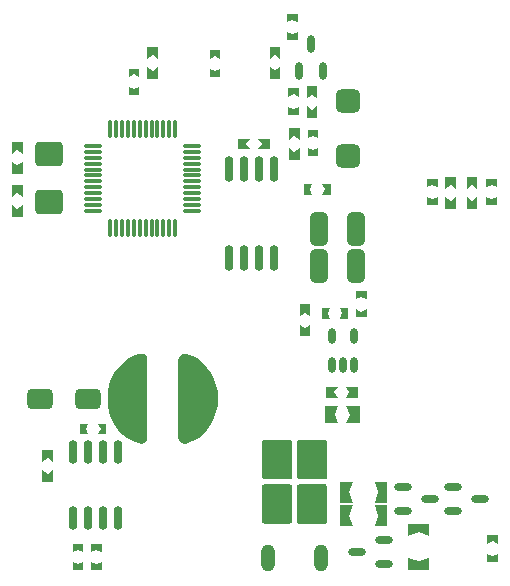
<source format=gtp>
G04 Layer_Color=8421504*
%FSLAX24Y24*%
%MOIN*%
G70*
G01*
G75*
%ADD15O,0.0236X0.0531*%
%ADD17O,0.0295X0.0800*%
%ADD18O,0.0591X0.0281*%
G04:AMPARAMS|DCode=22|XSize=86.6mil|YSize=68.9mil|CornerRadius=17.2mil|HoleSize=0mil|Usage=FLASHONLY|Rotation=0.000|XOffset=0mil|YOffset=0mil|HoleType=Round|Shape=RoundedRectangle|*
%AMROUNDEDRECTD22*
21,1,0.0866,0.0344,0,0,0.0*
21,1,0.0522,0.0689,0,0,0.0*
1,1,0.0344,0.0261,-0.0172*
1,1,0.0344,-0.0261,-0.0172*
1,1,0.0344,-0.0261,0.0172*
1,1,0.0344,0.0261,0.0172*
%
%ADD22ROUNDEDRECTD22*%
G04:AMPARAMS|DCode=24|XSize=110.2mil|YSize=59.1mil|CornerRadius=14.8mil|HoleSize=0mil|Usage=FLASHONLY|Rotation=90.000|XOffset=0mil|YOffset=0mil|HoleType=Round|Shape=RoundedRectangle|*
%AMROUNDEDRECTD24*
21,1,0.1102,0.0295,0,0,90.0*
21,1,0.0807,0.0591,0,0,90.0*
1,1,0.0295,0.0148,0.0404*
1,1,0.0295,0.0148,-0.0404*
1,1,0.0295,-0.0148,-0.0404*
1,1,0.0295,-0.0148,0.0404*
%
%ADD24ROUNDEDRECTD24*%
G04:AMPARAMS|DCode=25|XSize=82.7mil|YSize=78.7mil|CornerRadius=19.7mil|HoleSize=0mil|Usage=FLASHONLY|Rotation=180.000|XOffset=0mil|YOffset=0mil|HoleType=Round|Shape=RoundedRectangle|*
%AMROUNDEDRECTD25*
21,1,0.0827,0.0394,0,0,180.0*
21,1,0.0433,0.0787,0,0,180.0*
1,1,0.0394,-0.0217,0.0197*
1,1,0.0394,0.0217,0.0197*
1,1,0.0394,0.0217,-0.0197*
1,1,0.0394,-0.0217,-0.0197*
%
%ADD25ROUNDEDRECTD25*%
%ADD26O,0.0281X0.0591*%
%ADD27O,0.0295X0.0850*%
%ADD28O,0.0630X0.0118*%
%ADD29O,0.0118X0.0630*%
G04:AMPARAMS|DCode=30|XSize=90.6mil|YSize=82.7mil|CornerRadius=12.4mil|HoleSize=0mil|Usage=FLASHONLY|Rotation=0.000|XOffset=0mil|YOffset=0mil|HoleType=Round|Shape=RoundedRectangle|*
%AMROUNDEDRECTD30*
21,1,0.0906,0.0579,0,0,0.0*
21,1,0.0657,0.0827,0,0,0.0*
1,1,0.0248,0.0329,-0.0289*
1,1,0.0248,-0.0329,-0.0289*
1,1,0.0248,-0.0329,0.0289*
1,1,0.0248,0.0329,0.0289*
%
%ADD30ROUNDEDRECTD30*%
%ADD69O,0.0454X0.0906*%
G36*
X42884Y24665D02*
X43012Y24380D01*
X42559D01*
Y24951D01*
X43012D01*
X42884Y24665D01*
D02*
G37*
G36*
X35276Y24016D02*
X35000D01*
X35079Y24193D01*
X35000Y24370D01*
X35276D01*
Y24016D01*
D02*
G37*
G36*
X42864Y25404D02*
X42982Y25226D01*
X42589D01*
Y25581D01*
X42982D01*
X42864Y25404D01*
D02*
G37*
G36*
X43720Y24380D02*
X43268D01*
X43396Y24665D01*
X43268Y24951D01*
X43720D01*
Y24380D01*
D02*
G37*
G36*
X41359Y23828D02*
X41380Y23828D01*
X41420Y23811D01*
X41451Y23780D01*
X41467Y23739D01*
X41467Y23717D01*
Y22617D01*
X41466Y22595D01*
X41449Y22555D01*
X41418Y22525D01*
X41377Y22509D01*
X41356Y22509D01*
X41356D01*
X40561Y22509D01*
X40550D01*
X40530Y22514D01*
X40511Y22522D01*
X40493Y22533D01*
X40486Y22541D01*
X40486Y22541D01*
X40478Y22548D01*
X40466Y22567D01*
X40457Y22587D01*
X40453Y22609D01*
X40453Y22620D01*
X40453Y22620D01*
X40453Y23720D01*
X40453Y23741D01*
X40469Y23781D01*
X40500Y23812D01*
X40540Y23828D01*
X40561Y23828D01*
X40561Y23828D01*
X41359Y23828D01*
D02*
G37*
G36*
X36521Y26681D02*
X36580Y26638D01*
X36619Y26576D01*
X36633Y26504D01*
Y23898D01*
X36619Y23824D01*
X36579Y23760D01*
X36518Y23715D01*
X36445Y23696D01*
X36370Y23704D01*
X36240Y23745D01*
X36089Y23805D01*
X35950Y23889D01*
X35825Y23993D01*
X35820Y23997D01*
X35671Y24163D01*
X35545Y24347D01*
X35445Y24546D01*
X35372Y24756D01*
X35328Y24975D01*
X35313Y25197D01*
X35328Y25419D01*
X35372Y25638D01*
X35445Y25848D01*
X35545Y26047D01*
X35671Y26231D01*
X35820Y26397D01*
X35822Y26399D01*
X35949Y26504D01*
X36090Y26588D01*
X36243Y26650D01*
X36377Y26692D01*
X36450Y26700D01*
X36521Y26681D01*
D02*
G37*
G36*
X34587Y24193D02*
X34666Y24016D01*
X34390D01*
Y24370D01*
X34666D01*
X34587Y24193D01*
D02*
G37*
G36*
X42529Y23828D02*
X42551Y23828D01*
X42591Y23811D01*
X42621Y23780D01*
X42637Y23739D01*
X42637Y23717D01*
Y22617D01*
X42637Y22595D01*
X42619Y22555D01*
X42588Y22525D01*
X42548Y22509D01*
X42526Y22509D01*
X42526D01*
X41731Y22509D01*
X41721D01*
X41701Y22514D01*
X41681Y22522D01*
X41664Y22533D01*
X41656Y22541D01*
X41656Y22541D01*
X41649Y22548D01*
X41636Y22567D01*
X41628Y22587D01*
X41623Y22609D01*
X41623Y22620D01*
X41623Y22620D01*
X41623Y23720D01*
X41623Y23741D01*
X41640Y23781D01*
X41670Y23812D01*
X41710Y23828D01*
X41732Y23828D01*
X41732Y23828D01*
X42529Y23828D01*
D02*
G37*
G36*
X43947Y27904D02*
X43593D01*
Y28179D01*
X43770Y28101D01*
X43947Y28179D01*
Y27904D01*
D02*
G37*
G36*
X42067Y27943D02*
X41890Y28061D01*
X41713Y27943D01*
Y28337D01*
X42067D01*
Y27943D01*
D02*
G37*
G36*
X32488Y31260D02*
X32134D01*
Y31654D01*
X32311Y31535D01*
X32488Y31654D01*
Y31260D01*
D02*
G37*
G36*
X43947Y28514D02*
X43770Y28593D01*
X43593Y28514D01*
Y28789D01*
X43947D01*
Y28514D01*
D02*
G37*
G36*
X42067Y27274D02*
X41713D01*
Y27667D01*
X41890Y27549D01*
X42067Y27667D01*
Y27274D01*
D02*
G37*
G36*
X43652Y25226D02*
X43258D01*
X43376Y25404D01*
X43258Y25581D01*
X43652D01*
Y25226D01*
D02*
G37*
G36*
X43337Y27864D02*
X43061D01*
X43140Y28041D01*
X43061Y28219D01*
X43337D01*
Y27864D01*
D02*
G37*
G36*
X42648Y28041D02*
X42727Y27864D01*
X42451D01*
Y28219D01*
X42727D01*
X42648Y28041D01*
D02*
G37*
G36*
X37941Y26689D02*
X38071Y26649D01*
X38222Y26588D01*
X38361Y26505D01*
X38487Y26401D01*
X38491Y26397D01*
X38640Y26231D01*
X38766Y26047D01*
X38866Y25848D01*
X38939Y25638D01*
X38983Y25419D01*
X38998Y25197D01*
X38983Y24975D01*
X38939Y24756D01*
X38866Y24546D01*
X38766Y24347D01*
X38640Y24163D01*
X38491Y23997D01*
X38489Y23995D01*
X38362Y23890D01*
X38221Y23805D01*
X38068Y23744D01*
X37934Y23702D01*
X37861Y23694D01*
X37790Y23712D01*
X37731Y23756D01*
X37692Y23818D01*
X37678Y23890D01*
Y26496D01*
X37692Y26570D01*
X37732Y26634D01*
X37793Y26679D01*
X37866Y26698D01*
X37941Y26689D01*
D02*
G37*
G36*
X35118Y20088D02*
X34941Y20167D01*
X34764Y20088D01*
Y20364D01*
X35118D01*
Y20088D01*
D02*
G37*
G36*
X34508D02*
X34331Y20167D01*
X34154Y20088D01*
Y20364D01*
X34508D01*
Y20088D01*
D02*
G37*
G36*
X46033Y20620D02*
X45689Y20738D01*
X45344Y20620D01*
Y21033D01*
X46033D01*
Y20620D01*
D02*
G37*
G36*
X48327Y20364D02*
X48150Y20443D01*
X47972Y20364D01*
Y20640D01*
X48327D01*
Y20364D01*
D02*
G37*
G36*
X35118Y19478D02*
X34764D01*
Y19754D01*
X34941Y19675D01*
X35118Y19754D01*
Y19478D01*
D02*
G37*
G36*
X34508D02*
X34154D01*
Y19754D01*
X34331Y19675D01*
X34508Y19754D01*
Y19478D01*
D02*
G37*
G36*
X48327Y19754D02*
X47972D01*
Y20030D01*
X48150Y19951D01*
X48327Y20030D01*
Y19754D01*
D02*
G37*
G36*
X46033Y19478D02*
X45344D01*
Y19892D01*
X45689Y19774D01*
X46033Y19892D01*
Y19478D01*
D02*
G37*
G36*
X41359Y22352D02*
X41380Y22352D01*
X41420Y22335D01*
X41451Y22304D01*
X41467Y22263D01*
X41467Y22241D01*
Y21141D01*
X41466Y21119D01*
X41449Y21079D01*
X41418Y21049D01*
X41377Y21033D01*
X41356Y21033D01*
X41356D01*
X40561Y21033D01*
X40550D01*
X40530Y21037D01*
X40511Y21045D01*
X40493Y21057D01*
X40486Y21065D01*
X40486Y21065D01*
X40478Y21072D01*
X40466Y21091D01*
X40457Y21111D01*
X40453Y21133D01*
X40453Y21144D01*
X40453Y21144D01*
X40453Y22244D01*
X40453Y22265D01*
X40469Y22305D01*
X40500Y22336D01*
X40540Y22352D01*
X40561Y22352D01*
X40561Y22352D01*
X41359Y22352D01*
D02*
G37*
G36*
X44626Y21732D02*
X44213D01*
X44331Y22077D01*
X44213Y22421D01*
X44626D01*
Y21732D01*
D02*
G37*
G36*
X33494Y23091D02*
X33317Y23209D01*
X33140Y23091D01*
Y23484D01*
X33494D01*
Y23091D01*
D02*
G37*
G36*
Y22421D02*
X33140D01*
Y22815D01*
X33317Y22697D01*
X33494Y22815D01*
Y22421D01*
D02*
G37*
G36*
X44626Y20955D02*
X44213D01*
X44331Y21299D01*
X44213Y21644D01*
X44626D01*
Y20955D01*
D02*
G37*
G36*
X43366Y21299D02*
X43484Y20955D01*
X43071D01*
Y21644D01*
X43484D01*
X43366Y21299D01*
D02*
G37*
G36*
Y22077D02*
X43484Y21732D01*
X43071D01*
Y22421D01*
X43484D01*
X43366Y22077D01*
D02*
G37*
G36*
X41735Y22352D02*
Y22352D01*
X42529Y22352D01*
X42540D01*
X42560Y22348D01*
X42580Y22340D01*
X42597Y22328D01*
X42604Y22321D01*
X42604Y22321D01*
X42612Y22313D01*
X42625Y22295D01*
X42633Y22274D01*
X42637Y22252D01*
X42637Y22241D01*
X42637Y22241D01*
X42637Y21142D01*
X42637Y21120D01*
X42621Y21080D01*
X42590Y21050D01*
X42550Y21033D01*
X42529Y21033D01*
X42529Y21033D01*
X41732Y21033D01*
X41710Y21033D01*
X41670Y21051D01*
X41639Y21082D01*
X41623Y21122D01*
X41624Y21144D01*
X41624Y21144D01*
X41624Y22244D01*
X41624Y22266D01*
X41641Y22306D01*
X41672Y22336D01*
X41713Y22352D01*
X41735Y22352D01*
D02*
G37*
G36*
X41693Y35266D02*
X41516Y35344D01*
X41339Y35266D01*
Y35541D01*
X41693D01*
Y35266D01*
D02*
G37*
G36*
X42303Y35217D02*
X42126Y35335D01*
X41949Y35217D01*
Y35610D01*
X42303D01*
Y35217D01*
D02*
G37*
G36*
X36368Y35925D02*
X36191Y36004D01*
X36014Y35925D01*
Y36201D01*
X36368D01*
Y35925D01*
D02*
G37*
G36*
Y35315D02*
X36014D01*
Y35591D01*
X36191Y35512D01*
X36368Y35591D01*
Y35315D01*
D02*
G37*
G36*
X42343Y33888D02*
X42165Y33967D01*
X41988Y33888D01*
Y34163D01*
X42343D01*
Y33888D01*
D02*
G37*
G36*
X41722Y33819D02*
X41545Y33937D01*
X41368Y33819D01*
Y34213D01*
X41722D01*
Y33819D01*
D02*
G37*
G36*
X41693Y34656D02*
X41339D01*
Y34931D01*
X41516Y34852D01*
X41693Y34931D01*
Y34656D01*
D02*
G37*
G36*
X42303Y34547D02*
X41949D01*
Y34941D01*
X42126Y34823D01*
X42303Y34941D01*
Y34547D01*
D02*
G37*
G36*
X41073Y36535D02*
X40896Y36654D01*
X40718Y36535D01*
Y36929D01*
X41073D01*
Y36535D01*
D02*
G37*
G36*
X39075Y36535D02*
X38898Y36614D01*
X38720Y36535D01*
Y36811D01*
X39075D01*
Y36535D01*
D02*
G37*
G36*
X41654Y37756D02*
X41476Y37835D01*
X41299Y37756D01*
Y38031D01*
X41654D01*
Y37756D01*
D02*
G37*
G36*
Y37146D02*
X41299D01*
Y37422D01*
X41476Y37343D01*
X41654Y37422D01*
Y37146D01*
D02*
G37*
G36*
X36998Y35856D02*
X36644D01*
Y36250D01*
X36821Y36132D01*
X36998Y36250D01*
Y35856D01*
D02*
G37*
G36*
X39075Y35925D02*
X38720D01*
Y36201D01*
X38898Y36122D01*
X39075Y36201D01*
Y35925D01*
D02*
G37*
G36*
X36998Y36526D02*
X36821Y36644D01*
X36644Y36526D01*
Y36919D01*
X36998D01*
Y36526D01*
D02*
G37*
G36*
X41073Y35866D02*
X40718D01*
Y36260D01*
X40896Y36142D01*
X41073Y36260D01*
Y35866D01*
D02*
G37*
G36*
X40728Y33514D02*
X40335D01*
X40453Y33691D01*
X40335Y33868D01*
X40728D01*
Y33514D01*
D02*
G37*
G36*
X42057Y32175D02*
X42136Y31998D01*
X41860D01*
Y32352D01*
X42136D01*
X42057Y32175D01*
D02*
G37*
G36*
X32488Y31929D02*
X32311Y32047D01*
X32134Y31929D01*
Y32323D01*
X32488D01*
Y31929D01*
D02*
G37*
G36*
X46929Y32195D02*
X46752Y32313D01*
X46575Y32195D01*
Y32589D01*
X46929D01*
Y32195D01*
D02*
G37*
G36*
X42746Y31998D02*
X42470D01*
X42549Y32175D01*
X42470Y32352D01*
X42746D01*
Y31998D01*
D02*
G37*
G36*
X47638Y31526D02*
X47283D01*
Y31919D01*
X47461Y31801D01*
X47638Y31919D01*
Y31526D01*
D02*
G37*
G36*
X46929Y31526D02*
X46575D01*
Y31919D01*
X46752Y31801D01*
X46929Y31919D01*
Y31526D01*
D02*
G37*
G36*
X48297Y31644D02*
X47943D01*
Y31919D01*
X48120Y31841D01*
X48297Y31919D01*
Y31644D01*
D02*
G37*
G36*
X46319D02*
X45965D01*
Y31919D01*
X46142Y31841D01*
X46319Y31919D01*
Y31644D01*
D02*
G37*
G36*
X41722Y33150D02*
X41368D01*
Y33543D01*
X41545Y33425D01*
X41722Y33543D01*
Y33150D01*
D02*
G37*
G36*
X32488Y33366D02*
X32311Y33484D01*
X32134Y33366D01*
Y33760D01*
X32488D01*
Y33366D01*
D02*
G37*
G36*
X39941Y33691D02*
X40059Y33514D01*
X39665D01*
Y33868D01*
X40059D01*
X39941Y33691D01*
D02*
G37*
G36*
X42343Y33278D02*
X41988D01*
Y33553D01*
X42165Y33475D01*
X42343Y33553D01*
Y33278D01*
D02*
G37*
G36*
X46319Y32254D02*
X46142Y32332D01*
X45965Y32254D01*
Y32529D01*
X46319D01*
Y32254D01*
D02*
G37*
G36*
X47638Y32195D02*
X47461Y32313D01*
X47283Y32195D01*
Y32589D01*
X47638D01*
Y32195D01*
D02*
G37*
G36*
X32488Y32697D02*
X32134D01*
Y33091D01*
X32311Y32972D01*
X32488Y33091D01*
Y32697D01*
D02*
G37*
G36*
X48297Y32254D02*
X48120Y32332D01*
X47943Y32254D01*
Y32529D01*
X48297D01*
Y32254D01*
D02*
G37*
D15*
X43159Y26309D02*
D03*
X42785Y27293D02*
D03*
Y26309D02*
D03*
X43533Y27293D02*
D03*
Y26309D02*
D03*
D17*
X34646Y21206D02*
D03*
Y23406D02*
D03*
X34146Y21206D02*
D03*
Y23406D02*
D03*
X35646Y21206D02*
D03*
X35146D02*
D03*
Y23406D02*
D03*
X35646D02*
D03*
D18*
X44532Y19679D02*
D03*
Y20479D02*
D03*
X43622Y20079D02*
D03*
X45157Y22237D02*
D03*
Y21437D02*
D03*
X46067Y21837D02*
D03*
X46831Y22237D02*
D03*
Y21437D02*
D03*
X47741Y21837D02*
D03*
D22*
X34675Y25187D02*
D03*
X33061D02*
D03*
D24*
X42352Y30856D02*
D03*
X43612D02*
D03*
X42352Y29636D02*
D03*
X43612D02*
D03*
D25*
X43317Y35108D02*
D03*
Y33297D02*
D03*
D26*
X41683Y36112D02*
D03*
X42483D02*
D03*
X42083Y37022D02*
D03*
D27*
X40864Y29892D02*
D03*
X39864D02*
D03*
X39364D02*
D03*
X40864Y32842D02*
D03*
X39864D02*
D03*
X39364D02*
D03*
X40364Y29892D02*
D03*
Y32842D02*
D03*
D28*
X34833Y32441D02*
D03*
Y32638D02*
D03*
Y32835D02*
D03*
Y33031D02*
D03*
Y33228D02*
D03*
Y33425D02*
D03*
Y33622D02*
D03*
Y31457D02*
D03*
Y31654D02*
D03*
Y31850D02*
D03*
Y32047D02*
D03*
Y32244D02*
D03*
X38140Y32638D02*
D03*
Y32441D02*
D03*
Y33622D02*
D03*
Y33425D02*
D03*
Y33228D02*
D03*
Y33031D02*
D03*
Y32835D02*
D03*
Y32244D02*
D03*
Y32047D02*
D03*
Y31850D02*
D03*
Y31654D02*
D03*
Y31457D02*
D03*
D29*
X37372Y34193D02*
D03*
X37569D02*
D03*
Y30886D02*
D03*
X37372D02*
D03*
X35404Y34193D02*
D03*
X35600D02*
D03*
X35797D02*
D03*
X35994D02*
D03*
X36191D02*
D03*
X36388D02*
D03*
X36585D02*
D03*
X36781D02*
D03*
X36978D02*
D03*
X37175D02*
D03*
Y30886D02*
D03*
X36978D02*
D03*
X36781D02*
D03*
X36585D02*
D03*
X36388D02*
D03*
X36191D02*
D03*
X35994D02*
D03*
X35797D02*
D03*
X35600D02*
D03*
X35404D02*
D03*
D30*
X33374Y33337D02*
D03*
Y31762D02*
D03*
D69*
X40648Y19872D02*
D03*
X42443D02*
D03*
M02*

</source>
